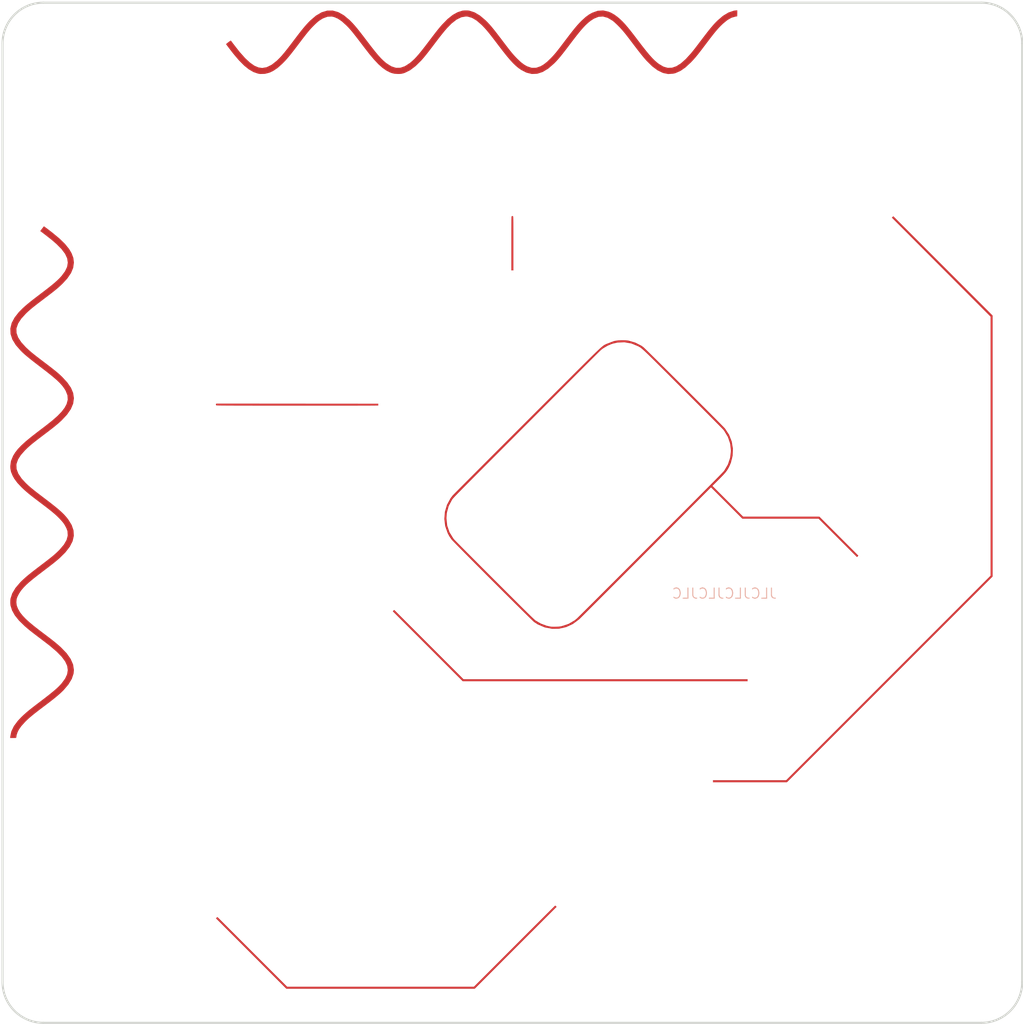
<source format=kicad_pcb>
(kicad_pcb (version 20240108) (generator "pcbnew") (generator_version "8.0")
  (layers (0 "F.Cu" signal) (31 "B.Cu" signal) (34 "B.Paste" user) (35 "F.Paste" user) (36 "B.SilkS" user "B.Silkscreen") (37 "F.SilkS" user "F.Silkscreen") (38 "B.Mask" user) (39 "F.Mask" user) (44 "Edge.Cuts" user))
  (net 0 "")
  (footprint "DrillHole" (layer "F.Cu") (at 53 12.225)
    (property "Reference" "" (at 0 0 0) (layer "F.SilkS") (effects (font (size 1.27 1.27))))
    (property "Value" "")
    (pad "" np_thru_hole circle (at 0 0) (size 6.5 6.5) (drill 6.5) (layers "F&B.Cu" "*.Mask") (clearance 0.1))
  )
  (footprint "DrillHole" (layer "F.Cu") (at 96 4)
    (property "Reference" "" (at 0 0 0) (layer "F.SilkS") (effects (font (size 1.27 1.27))))
    (property "Value" "")
    (pad "" np_thru_hole circle (at 0 0) (size 3.3 3.3) (drill 3.3) (layers "F&B.Cu" "*.Mask") (clearance 0.1))
  )
  (footprint "Graphics" (layer "F.Cu") (at 0 0)
    (property "Reference" "" (at 0 0 0) (layer "F.SilkS") (effects (font (size 1.27 1.27))))
    (property "Value" "")
  )
  (footprint "DrillHole" (layer "F.Cu") (at 6.16 13.938)
    (property "Reference" "" (at 0 0 0) (layer "F.SilkS") (effects (font (size 1.27 1.27))))
    (property "Value" "")
    (pad "" np_thru_hole circle (at 0 0) (size 3.162 3.162) (drill 3.162) (layers "F&B.Cu" "*.Mask") (clearance 0.1))
  )
  (footprint "DrillHole" (layer "F.Cu") (at 66.423 76.322)
    (property "Reference" "" (at 0 0 0) (layer "F.SilkS") (effects (font (size 1.27 1.27))))
    (property "Value" "")
    (pad "" np_thru_hole circle (at 0 0) (size 6.5 6.5) (drill 6.5) (layers "F&B.Cu" "*.Mask") (clearance 0.1))
  )
  (footprint "DrillHole" (layer "F.Cu") (at 50.159 49.452)
    (property "Reference" "" (at 0 0 0) (layer "F.SilkS") (effects (font (size 1.27 1.27))))
    (property "Value" "")
    (pad "" np_thru_hole circle (at 0 0) (size 6.5 6.5) (drill 6.5) (layers "F&B.Cu" "*.Mask") (clearance 0.1))
  )
  (footprint "Graphics" (layer "F.Cu") (at 0 0)
    (property "Reference" "" (at 0 0 0) (layer "F.SilkS") (effects (font (size 1.27 1.27))))
    (property "Value" "")
    (fp_poly (pts (xy 41.809 62.919) (xy 45.21 66.32) (xy 59.265 66.32) (xy 73.32 66.32) (xy 73.32 66.42) (xy 73.32 66.52) (xy 59.225 66.52) (xy 45.13 66.52) (xy 41.701 63.091) (xy 38.271 59.661) (xy 38.34 59.59) (xy 38.409 59.519)) (fill solid) (layer "F.Cu"))
    (fp_poly (pts (xy 92.23 25.8) (xy 97.1 30.67) (xy 97.1 43.46) (xy 97.1 56.25) (xy 87.015 66.335) (xy 76.93 76.42) (xy 73.175 76.42) (xy 69.42 76.42) (xy 69.42 76.32) (xy 69.42 76.22) (xy 73.135 76.22) (xy 76.85 76.22) (xy 86.875 66.195) (xy 96.9 56.17) (xy 96.9 43.473) (xy 96.9 30.776) (xy 92.059 25.924) (xy 87.218 21.072) (xy 87.289 21.001) (xy 87.36 20.93)) (fill solid) (layer "F.Cu"))
    (fp_poly (pts (xy 54.433 88.378) (xy 54.449 88.396) (xy 54.509 88.461) (xy 50.409 92.561) (xy 46.31 96.66) (xy 37.07 96.66) (xy 27.83 96.66) (xy 24.381 93.211) (xy 20.931 89.761) (xy 21 89.69) (xy 21.069 89.619) (xy 24.489 93.039) (xy 27.91 96.46) (xy 37.07 96.46) (xy 46.23 96.46) (xy 50.304 92.386) (xy 50.972 91.718) (xy 51.606 91.085) (xy 52.197 90.495) (xy 52.736 89.957) (xy 53.214 89.48) (xy 53.623 89.073) (xy 53.953 88.745) (xy 54.196 88.504) (xy 54.342 88.361) (xy 54.384 88.321)) (fill solid) (layer "F.Cu"))
    (fp_poly (pts (xy 50.067 20.937) (xy 50.076 20.957) (xy 50.083 21.005) (xy 50.088 21.098) (xy 50.093 21.252) (xy 50.096 21.481) (xy 50.098 21.801) (xy 50.099 22.229) (xy 50.1 22.78) (xy 50.1 23.47) (xy 50.1 23.755) (xy 50.1 26.538) (xy 50.056 26.569) (xy 50 26.6) (xy 49.944 26.569) (xy 49.9 26.538) (xy 49.9 23.75) (xy 49.9 23.004) (xy 49.901 22.402) (xy 49.902 21.93) (xy 49.904 21.57) (xy 49.906 21.309) (xy 49.91 21.13) (xy 49.915 21.018) (xy 49.922 20.957) (xy 49.93 20.933) (xy 49.931 20.931) (xy 50.037 20.912)) (fill solid) (layer "F.Cu"))
    (fp_poly (pts (xy 29.07 39.305) (xy 37.169 39.31) (xy 37.189 39.367) (xy 37.182 39.444) (xy 37.162 39.462) (xy 37.151 39.468) (xy 37.128 39.474) (xy 37.084 39.479) (xy 37.009 39.483) (xy 36.895 39.486) (xy 36.731 39.489) (xy 36.509 39.492) (xy 36.22 39.494) (xy 35.854 39.496) (xy 35.402 39.497) (xy 34.854 39.498) (xy 34.202 39.499) (xy 33.437 39.499) (xy 32.548 39.5) (xy 31.527 39.5) (xy 30.364 39.5) (xy 29.052 39.5) (xy 27.69 39.5) (xy 26.481 39.5) (xy 25.416 39.499) (xy 24.487 39.498) (xy 23.687 39.497) (xy 23.008 39.496) (xy 22.441 39.494) (xy 21.978 39.492) (xy 21.613 39.49) (xy 21.337 39.487) (xy 21.141 39.484) (xy 21.019 39.481) (xy 20.963 39.477) (xy 20.957 39.475) (xy 20.918 39.372) (xy 20.936 39.341) (xy 20.97 39.299)) (fill solid) (layer "F.Cu"))
    (fp_poly (pts (xy 61.086 33.093) (xy 61.364 33.12) (xy 61.4 33.127) (xy 62.057 33.321) (xy 62.632 33.614) (xy 62.84 33.756) (xy 62.919 33.828) (xy 63.1 34.003) (xy 63.371 34.268) (xy 63.722 34.613) (xy 64.14 35.026) (xy 64.614 35.497) (xy 65.134 36.012) (xy 65.688 36.563) (xy 66.264 37.136) (xy 66.851 37.722) (xy 67.439 38.308) (xy 68.015 38.883) (xy 68.568 39.437) (xy 69.088 39.957) (xy 69.562 40.433) (xy 69.98 40.853) (xy 70.33 41.206) (xy 70.601 41.482) (xy 70.782 41.667) (xy 70.859 41.75) (xy 71.254 42.35) (xy 71.512 43.011) (xy 71.629 43.707) (xy 71.602 44.415) (xy 71.429 45.107) (xy 71.291 45.43) (xy 71.174 45.657) (xy 71.051 45.856) (xy 70.898 46.057) (xy 70.692 46.289) (xy 70.408 46.583) (xy 70.182 46.81) (xy 69.62 47.37) (xy 71.125 48.875) (xy 72.63 50.38) (xy 76.37 50.38) (xy 80.11 50.38) (xy 82.139 52.409) (xy 84.169 54.439) (xy 84.1 54.51) (xy 84.031 54.581) (xy 82.031 52.581) (xy 80.03 50.58) (xy 76.29 50.58) (xy 72.55 50.58) (xy 71.016 49.046) (xy 69.481 47.511) (xy 63.126 53.879) (xy 62.283 54.723) (xy 61.47 55.537) (xy 60.693 56.315) (xy 59.959 57.049) (xy 59.277 57.731) (xy 58.653 58.355) (xy 58.096 58.911) (xy 57.612 59.394) (xy 57.209 59.795) (xy 56.895 60.108) (xy 56.677 60.324) (xy 56.562 60.437) (xy 56.549 60.448) (xy 55.942 60.902) (xy 55.278 61.21) (xy 54.57 61.368) (xy 53.9 61.378) (xy 53.176 61.239) (xy 52.499 60.951) (xy 52.136 60.717) (xy 52.046 60.636) (xy 51.854 60.453) (xy 51.573 60.179) (xy 51.213 59.825) (xy 50.785 59.403) (xy 50.302 58.925) (xy 49.774 58.4) (xy 49.213 57.842) (xy 48.63 57.261) (xy 48.036 56.668) (xy 47.444 56.076) (xy 46.863 55.494) (xy 46.306 54.935) (xy 45.784 54.41) (xy 45.308 53.93) (xy 44.89 53.507) (xy 44.541 53.152) (xy 44.272 52.876) (xy 44.094 52.691) (xy 44.022 52.61) (xy 43.814 52.306) (xy 43.651 51.996) (xy 43.414 51.315) (xy 43.326 50.61) (xy 43.332 50.53) (xy 43.535 50.53) (xy 43.608 51.245) (xy 43.832 51.906) (xy 44.207 52.515) (xy 44.292 52.62) (xy 44.368 52.701) (xy 44.549 52.885) (xy 44.823 53.163) (xy 45.182 53.525) (xy 45.616 53.961) (xy 46.115 54.461) (xy 46.669 55.017) (xy 47.27 55.618) (xy 47.907 56.255) (xy 48.253 56.601) (xy 49.026 57.372) (xy 49.693 58.038) (xy 50.263 58.605) (xy 50.743 59.083) (xy 51.142 59.478) (xy 51.466 59.798) (xy 51.724 60.05) (xy 51.924 60.244) (xy 52.073 60.385) (xy 52.179 60.483) (xy 52.25 60.543) (xy 52.28 60.566) (xy 52.803 60.868) (xy 53.363 61.077) (xy 53.537 61.119) (xy 53.714 61.153) (xy 53.853 61.169) (xy 54.023 61.173) (xy 54.25 61.17) (xy 54.539 61.16) (xy 54.741 61.137) (xy 54.83 61.12) (xy 55.503 60.899) (xy 56.109 60.545) (xy 56.32 60.374) (xy 56.397 60.3) (xy 56.58 60.119) (xy 56.862 59.839) (xy 57.237 59.466) (xy 57.696 59.009) (xy 58.234 58.473) (xy 58.842 57.865) (xy 59.515 57.193) (xy 60.245 56.464) (xy 61.025 55.684) (xy 61.849 54.861) (xy 62.708 54.001) (xy 63.562 53.147) (xy 64.652 52.056) (xy 65.634 51.073) (xy 66.513 50.193) (xy 67.293 49.411) (xy 67.979 48.722) (xy 68.577 48.121) (xy 69.091 47.604) (xy 69.527 47.165) (xy 69.888 46.8) (xy 70.181 46.503) (xy 70.409 46.269) (xy 70.578 46.094) (xy 70.693 45.972) (xy 70.759 45.899) (xy 70.774 45.88) (xy 71.142 45.257) (xy 71.361 44.596) (xy 71.435 43.917) (xy 71.362 43.24) (xy 71.143 42.586) (xy 70.778 41.975) (xy 70.689 41.86) (xy 70.615 41.783) (xy 70.438 41.602) (xy 70.167 41.327) (xy 69.811 40.968) (xy 69.379 40.535) (xy 68.883 40.036) (xy 68.33 39.482) (xy 67.73 38.882) (xy 67.093 38.246) (xy 66.726 37.879) (xy 65.96 37.114) (xy 65.299 36.453) (xy 64.733 35.889) (xy 64.256 35.414) (xy 63.857 35.019) (xy 63.529 34.695) (xy 63.262 34.436) (xy 63.049 34.232) (xy 62.881 34.076) (xy 62.748 33.959) (xy 62.644 33.873) (xy 62.558 33.81) (xy 62.483 33.762) (xy 62.41 33.72) (xy 62.329 33.676) (xy 62.327 33.675) (xy 61.679 33.409) (xy 60.991 33.29) (xy 60.291 33.319) (xy 59.775 33.442) (xy 59.353 33.62) (xy 58.943 33.857) (xy 58.85 33.923) (xy 58.819 33.946) (xy 58.792 33.965) (xy 58.764 33.986) (xy 58.729 34.015) (xy 58.682 34.057) (xy 58.617 34.118) (xy 58.528 34.203) (xy 58.409 34.318) (xy 58.256 34.468) (xy 58.063 34.659) (xy 57.824 34.896) (xy 57.533 35.186) (xy 57.186 35.532) (xy 56.776 35.942) (xy 56.297 36.42) (xy 55.745 36.973) (xy 55.114 37.605) (xy 54.398 38.322) (xy 53.592 39.129) (xy 52.689 40.033) (xy 51.685 41.039) (xy 50.574 42.151) (xy 50.486 42.24) (xy 49.51 43.218) (xy 48.64 44.09) (xy 47.87 44.861) (xy 47.195 45.538) (xy 46.607 46.127) (xy 46.101 46.636) (xy 45.67 47.07) (xy 45.308 47.435) (xy 45.008 47.739) (xy 44.764 47.987) (xy 44.569 48.186) (xy 44.418 48.343) (xy 44.304 48.464) (xy 44.221 48.554) (xy 44.162 48.622) (xy 44.122 48.672) (xy 44.093 48.712) (xy 44.083 48.727) (xy 43.752 49.352) (xy 43.574 50.01) (xy 43.535 50.53) (xy 43.332 50.53) (xy 43.384 49.904) (xy 43.585 49.223) (xy 43.926 48.591) (xy 44.131 48.32) (xy 44.203 48.246) (xy 44.38 48.065) (xy 44.658 47.785) (xy 45.027 47.413) (xy 45.483 46.956) (xy 46.017 46.42) (xy 46.623 45.813) (xy 47.293 45.14) (xy 48.022 44.41) (xy 48.802 43.63) (xy 49.627 42.805) (xy 50.489 41.943) (xy 51.381 41.052) (xy 51.424 41.009) (xy 52.484 39.949) (xy 53.437 38.997) (xy 54.288 38.146) (xy 55.045 37.39) (xy 55.713 36.724) (xy 56.297 36.141) (xy 56.805 35.636) (xy 57.241 35.204) (xy 57.613 34.837) (xy 57.926 34.53) (xy 58.186 34.278) (xy 58.4 34.074) (xy 58.573 33.913) (xy 58.711 33.789) (xy 58.821 33.695) (xy 58.908 33.627) (xy 58.979 33.578) (xy 59.04 33.542) (xy 59.096 33.513) (xy 59.154 33.486) (xy 59.22 33.455) (xy 59.23 33.45) (xy 59.913 33.188) (xy 60.12 33.137) (xy 60.389 33.102) (xy 60.736 33.087)) (fill solid) (layer "F.Cu"))
    (fp_poly (pts (xy 4.129 21.966) (xy 4.296 22.088) (xy 4.531 22.265) (xy 4.806 22.477) (xy 4.91 22.557) (xy 5.591 23.122) (xy 6.128 23.647) (xy 6.528 24.142) (xy 6.769 24.55) (xy 6.945 25.016) (xy 7 25.468) (xy 7 25.473) (xy 6.93 25.985) (xy 6.718 26.502) (xy 6.357 27.032) (xy 5.908 27.523) (xy 5.704 27.72) (xy 5.502 27.904) (xy 5.279 28.094) (xy 5.008 28.313) (xy 4.666 28.579) (xy 4.227 28.913) (xy 4.062 29.038) (xy 3.595 29.392) (xy 3.232 29.672) (xy 2.949 29.896) (xy 2.722 30.085) (xy 2.525 30.259) (xy 2.335 30.438) (xy 2.292 30.48) (xy 1.837 30.979) (xy 1.532 31.447) (xy 1.375 31.89) (xy 1.361 31.971) (xy 1.376 32.384) (xy 1.534 32.819) (xy 1.838 33.282) (xy 2.29 33.779) (xy 2.6 34.065) (xy 2.815 34.251) (xy 3.042 34.438) (xy 3.315 34.653) (xy 3.666 34.923) (xy 3.9 35.101) (xy 4.4 35.48) (xy 4.793 35.783) (xy 5.101 36.025) (xy 5.346 36.226) (xy 5.551 36.403) (xy 5.736 36.573) (xy 5.858 36.69) (xy 6.359 37.235) (xy 6.713 37.752) (xy 6.924 38.253) (xy 7 38.75) (xy 7 38.789) (xy 6.926 39.308) (xy 6.702 39.839) (xy 6.325 40.386) (xy 5.794 40.952) (xy 5.497 41.221) (xy 5.289 41.398) (xy 5.077 41.572) (xy 4.832 41.765) (xy 4.524 42.003) (xy 4.122 42.308) (xy 4.041 42.369) (xy 3.56 42.734) (xy 3.185 43.024) (xy 2.89 43.26) (xy 2.653 43.461) (xy 2.448 43.647) (xy 2.252 43.839) (xy 2.179 43.913) (xy 1.785 44.362) (xy 1.525 44.773) (xy 1.383 45.172) (xy 1.36 45.298) (xy 1.38 45.722) (xy 1.553 46.174) (xy 1.88 46.655) (xy 2.293 47.1) (xy 2.518 47.312) (xy 2.767 47.529) (xy 3.064 47.773) (xy 3.437 48.065) (xy 3.911 48.426) (xy 3.97 48.47) (xy 4.57 48.927) (xy 5.057 49.308) (xy 5.45 49.629) (xy 5.765 49.907) (xy 6.021 50.156) (xy 6.236 50.393) (xy 6.428 50.634) (xy 6.447 50.659) (xy 6.78 51.199) (xy 6.962 51.731) (xy 6.993 52.26) (xy 6.871 52.792) (xy 6.595 53.334) (xy 6.164 53.889) (xy 5.611 54.436) (xy 5.402 54.618) (xy 5.179 54.804) (xy 4.914 55.016) (xy 4.581 55.274) (xy 4.153 55.6) (xy 4 55.716) (xy 3.431 56.15) (xy 2.974 56.511) (xy 2.609 56.814) (xy 2.318 57.078) (xy 2.082 57.319) (xy 1.88 57.554) (xy 1.78 57.683) (xy 1.607 57.95) (xy 1.46 58.239) (xy 1.387 58.44) (xy 1.355 58.771) (xy 1.397 59.106) (xy 1.398 59.108) (xy 1.518 59.41) (xy 1.7 59.73) (xy 1.757 59.812) (xy 1.983 60.093) (xy 2.261 60.386) (xy 2.61 60.707) (xy 3.047 61.072) (xy 3.591 61.497) (xy 3.94 61.761) (xy 4.436 62.135) (xy 4.829 62.437) (xy 5.145 62.688) (xy 5.412 62.91) (xy 5.655 63.124) (xy 5.724 63.187) (xy 6.28 63.761) (xy 6.678 64.322) (xy 6.918 64.871) (xy 7.001 65.409) (xy 6.969 65.76) (xy 6.792 66.291) (xy 6.461 66.84) (xy 5.982 67.399) (xy 5.941 67.44) (xy 5.688 67.682) (xy 5.405 67.932) (xy 5.064 68.212) (xy 4.641 68.543) (xy 4.21 68.871) (xy 3.699 69.257) (xy 3.296 69.567) (xy 2.977 69.82) (xy 2.722 70.032) (xy 2.507 70.222) (xy 2.311 70.409) (xy 2.239 70.479) (xy 1.846 70.914) (xy 1.606 71.252) (xy 1.48 71.503) (xy 1.389 71.762) (xy 1.36 71.933) (xy 1.347 72.035) (xy 1.33 72.065) (xy 1.266 72.077) (xy 1.105 72.08) (xy 1.038 72.08) (xy 0.742 72.08) (xy 0.753 71.945) (xy 0.861 71.431) (xy 1.106 70.918) (xy 1.495 70.394) (xy 1.824 70.045) (xy 2.053 69.825) (xy 2.287 69.615) (xy 2.553 69.391) (xy 2.88 69.13) (xy 3.294 68.811) (xy 3.56 68.609) (xy 4.135 68.171) (xy 4.598 67.81) (xy 4.967 67.51) (xy 5.261 67.258) (xy 5.498 67.036) (xy 5.697 66.829) (xy 5.809 66.7) (xy 6.132 66.26) (xy 6.329 65.839) (xy 6.398 65.426) (xy 6.336 65.01) (xy 6.139 64.581) (xy 5.803 64.126) (xy 5.325 63.636) (xy 4.701 63.1) (xy 4.66 63.066) (xy 4.495 62.937) (xy 4.239 62.74) (xy 3.929 62.504) (xy 3.66 62.3) (xy 3.221 61.967) (xy 2.883 61.707) (xy 2.618 61.497) (xy 2.399 61.315) (xy 2.197 61.14) (xy 2.15 61.098) (xy 1.606 60.566) (xy 1.204 60.064) (xy 0.931 59.574) (xy 0.778 59.09) (xy 0.757 58.863) (xy 0.76 58.59) (xy 0.778 58.425) (xy 0.949 57.899) (xy 1.268 57.365) (xy 1.738 56.814) (xy 1.873 56.68) (xy 2.081 56.484) (xy 2.299 56.29) (xy 2.549 56.08) (xy 2.855 55.835) (xy 3.24 55.537) (xy 3.726 55.166) (xy 3.84 55.08) (xy 4.32 54.714) (xy 4.696 54.42) (xy 4.994 54.176) (xy 5.24 53.96) (xy 5.46 53.75) (xy 5.601 53.608) (xy 6.014 53.122) (xy 6.277 52.667) (xy 6.393 52.234) (xy 6.367 51.813) (xy 6.361 51.788) (xy 6.255 51.506) (xy 6.086 51.19) (xy 5.965 51.01) (xy 5.822 50.837) (xy 5.633 50.628) (xy 5.58 50.572) (xy 5.358 50.351) (xy 5.116 50.131) (xy 4.832 49.891) (xy 4.478 49.609) (xy 4.03 49.266) (xy 3.805 49.096) (xy 3.312 48.722) (xy 2.924 48.424) (xy 2.617 48.181) (xy 2.368 47.975) (xy 2.153 47.785) (xy 1.947 47.593) (xy 1.862 47.511) (xy 1.456 47.081) (xy 1.159 46.683) (xy 0.989 46.382) (xy 0.832 46.003) (xy 0.763 45.651) (xy 0.755 45.43) (xy 0.823 44.93) (xy 1.031 44.424) (xy 1.035 44.415) (xy 1.239 44.086) (xy 1.5 43.752) (xy 1.836 43.399) (xy 2.262 43.01) (xy 2.795 42.57) (xy 3.4 42.1) (xy 3.697 41.874) (xy 3.993 41.649) (xy 4.227 41.471) (xy 4.235 41.465) (xy 4.88 40.955) (xy 5.394 40.502) (xy 5.789 40.093) (xy 6.078 39.716) (xy 6.274 39.356) (xy 6.28 39.344) (xy 6.394 38.918) (xy 6.366 38.495) (xy 6.191 38.052) (xy 6.05 37.82) (xy 5.851 37.551) (xy 5.599 37.272) (xy 5.278 36.965) (xy 4.869 36.615) (xy 4.353 36.204) (xy 4 35.932) (xy 3.452 35.513) (xy 3.013 35.174) (xy 2.665 34.899) (xy 2.387 34.672) (xy 2.162 34.479) (xy 1.969 34.304) (xy 1.791 34.13) (xy 1.788 34.127) (xy 1.296 33.565) (xy 0.962 33.018) (xy 0.784 32.479) (xy 0.761 31.946) (xy 0.89 31.412) (xy 0.902 31.382) (xy 1.176 30.867) (xy 1.589 30.338) (xy 1.969 29.955) (xy 2.211 29.736) (xy 2.456 29.527) (xy 2.731 29.302) (xy 3.067 29.039) (xy 3.493 28.714) (xy 3.67 28.58) (xy 4.241 28.145) (xy 4.699 27.786) (xy 5.065 27.485) (xy 5.356 27.227) (xy 5.593 26.996) (xy 5.788 26.782) (xy 6.123 26.332) (xy 6.328 25.903) (xy 6.399 25.482) (xy 6.334 25.059) (xy 6.13 24.622) (xy 5.783 24.161) (xy 5.29 23.663) (xy 4.871 23.298) (xy 4.679 23.144) (xy 4.415 22.936) (xy 4.131 22.716) (xy 3.881 22.524) (xy 3.752 22.428) (xy 3.695 22.386) (xy 3.87 22.153) (xy 3.988 22.001) (xy 4.056 21.923) (xy 4.06 21.92)) (fill solid) (layer "F.Cu"))
    (fp_poly (pts (xy 72.06 1.042) (xy 72.056 1.234) (xy 72.048 1.336) (xy 72.045 1.34) (xy 71.965 1.351) (xy 71.9 1.361) (xy 71.5 1.476) (xy 71.093 1.704) (xy 70.659 2.059) (xy 70.419 2.293) (xy 70.244 2.475) (xy 70.076 2.663) (xy 69.894 2.877) (xy 69.682 3.141) (xy 69.422 3.476) (xy 69.096 3.904) (xy 68.85 4.23) (xy 68.502 4.689) (xy 68.223 5.046) (xy 67.988 5.333) (xy 67.775 5.577) (xy 67.559 5.807) (xy 67.491 5.877) (xy 66.973 6.355) (xy 66.485 6.693) (xy 66.008 6.903) (xy 65.789 6.96) (xy 65.278 6.996) (xy 64.765 6.89) (xy 64.244 6.638) (xy 63.707 6.237) (xy 63.147 5.684) (xy 63.055 5.58) (xy 62.827 5.314) (xy 62.566 4.993) (xy 62.253 4.592) (xy 61.869 4.09) (xy 61.77 3.96) (xy 61.498 3.6) (xy 61.296 3.337) (xy 61.142 3.138) (xy 61.009 2.974) (xy 60.873 2.811) (xy 60.778 2.7) (xy 60.545 2.443) (xy 60.276 2.171) (xy 60.019 1.929) (xy 59.817 1.763) (xy 59.809 1.757) (xy 59.333 1.481) (xy 58.882 1.358) (xy 58.44 1.389) (xy 57.988 1.575) (xy 57.661 1.792) (xy 57.43 1.978) (xy 57.198 2.191) (xy 56.952 2.449) (xy 56.673 2.771) (xy 56.346 3.174) (xy 55.955 3.678) (xy 55.65 4.08) (xy 55.267 4.584) (xy 54.958 4.982) (xy 54.704 5.298) (xy 54.485 5.554) (xy 54.283 5.775) (xy 54.091 5.97) (xy 53.526 6.46) (xy 52.977 6.793) (xy 52.438 6.969) (xy 51.904 6.99) (xy 51.369 6.857) (xy 50.84 6.579) (xy 50.582 6.397) (xy 50.329 6.187) (xy 50.064 5.933) (xy 49.774 5.618) (xy 49.442 5.226) (xy 49.055 4.739) (xy 48.596 4.142) (xy 48.451 3.95) (xy 48.075 3.457) (xy 47.771 3.068) (xy 47.517 2.758) (xy 47.29 2.5) (xy 47.069 2.268) (xy 46.977 2.176) (xy 46.498 1.761) (xy 46.051 1.493) (xy 45.624 1.366) (xy 45.44 1.354) (xy 45 1.429) (xy 44.535 1.657) (xy 44.045 2.04) (xy 43.602 2.49) (xy 43.382 2.744) (xy 43.13 3.051) (xy 42.828 3.435) (xy 42.458 3.918) (xy 42.29 4.14) (xy 41.925 4.62) (xy 41.633 4.995) (xy 41.393 5.293) (xy 41.183 5.539) (xy 41.066 5.67) (xy 40.506 6.222) (xy 39.971 6.624) (xy 39.452 6.881) (xy 39.285 6.934) (xy 39.126 6.971) (xy 38.963 6.986) (xy 38.79 6.989) (xy 38.434 6.968) (xy 38.125 6.888) (xy 37.982 6.831) (xy 37.619 6.643) (xy 37.251 6.384) (xy 36.864 6.039) (xy 36.443 5.595) (xy 35.974 5.036) (xy 35.527 4.463) (xy 35.123 3.932) (xy 34.799 3.51) (xy 34.542 3.18) (xy 34.336 2.921) (xy 34.167 2.717) (xy 34.018 2.548) (xy 33.876 2.396) (xy 33.725 2.242) (xy 33.721 2.239) (xy 33.282 1.84) (xy 32.887 1.568) (xy 32.509 1.408) (xy 32.286 1.36) (xy 31.868 1.378) (xy 31.415 1.546) (xy 31.04 1.782) (xy 30.888 1.909) (xy 30.681 2.1) (xy 30.538 2.239) (xy 30.351 2.429) (xy 30.175 2.621) (xy 29.99 2.835) (xy 29.778 3.096) (xy 29.52 3.427) (xy 29.197 3.85) (xy 28.971 4.15) (xy 28.575 4.669) (xy 28.251 5.082) (xy 27.977 5.414) (xy 27.732 5.69) (xy 27.494 5.935) (xy 27.427 6.001) (xy 26.97 6.406) (xy 26.54 6.695) (xy 26.196 6.859) (xy 25.739 6.977) (xy 25.267 6.991) (xy 25.07 6.96) (xy 24.619 6.808) (xy 24.166 6.549) (xy 23.696 6.174) (xy 23.196 5.67) (xy 22.717 5.11) (xy 22.54 4.888) (xy 22.348 4.641) (xy 22.166 4.402) (xy 22.019 4.206) (xy 21.932 4.085) (xy 21.92 4.063) (xy 21.977 4.007) (xy 22.117 3.894) (xy 22.151 3.868) (xy 22.305 3.754) (xy 22.375 3.714) (xy 22.405 3.728) (xy 22.409 3.732) (xy 22.492 3.844) (xy 22.641 4.04) (xy 22.826 4.279) (xy 23.014 4.52) (xy 23.172 4.722) (xy 23.267 4.84) (xy 23.788 5.425) (xy 24.262 5.868) (xy 24.698 6.173) (xy 25.107 6.348) (xy 25.47 6.4) (xy 25.914 6.321) (xy 26.387 6.086) (xy 26.888 5.693) (xy 26.969 5.617) (xy 27.179 5.408) (xy 27.395 5.173) (xy 27.636 4.888) (xy 27.92 4.533) (xy 28.266 4.085) (xy 28.55 3.71) (xy 28.953 3.179) (xy 29.283 2.755) (xy 29.559 2.415) (xy 29.801 2.136) (xy 30.027 1.894) (xy 30.167 1.754) (xy 30.734 1.269) (xy 31.288 0.943) (xy 31.834 0.777) (xy 32.377 0.769) (xy 32.922 0.921) (xy 33.474 1.231) (xy 34.038 1.701) (xy 34.101 1.762) (xy 34.321 1.988) (xy 34.548 2.24) (xy 34.802 2.543) (xy 35.1 2.917) (xy 35.462 3.387) (xy 35.7 3.7) (xy 36.147 4.285) (xy 36.519 4.756) (xy 36.832 5.133) (xy 37.103 5.433) (xy 37.348 5.675) (xy 37.582 5.876) (xy 37.692 5.961) (xy 38.149 6.245) (xy 38.587 6.384) (xy 39.019 6.377) (xy 39.463 6.223) (xy 39.933 5.918) (xy 40.179 5.713) (xy 40.385 5.521) (xy 40.601 5.294) (xy 40.844 5.014) (xy 41.132 4.66) (xy 41.481 4.212) (xy 41.84 3.74) (xy 42.189 3.28) (xy 42.464 2.923) (xy 42.688 2.64) (xy 42.881 2.406) (xy 43.066 2.193) (xy 43.104 2.15) (xy 43.638 1.603) (xy 44.144 1.199) (xy 44.639 0.926) (xy 45.11 0.778) (xy 45.334 0.757) (xy 45.605 0.76) (xy 45.771 0.777) (xy 46.288 0.944) (xy 46.812 1.251) (xy 47.355 1.707) (xy 47.388 1.739) (xy 47.585 1.936) (xy 47.776 2.141) (xy 47.979 2.376) (xy 48.214 2.663) (xy 48.499 3.027) (xy 48.853 3.489) (xy 48.99 3.67) (xy 49.34 4.131) (xy 49.614 4.487) (xy 49.831 4.762) (xy 50.011 4.98) (xy 50.172 5.164) (xy 50.334 5.338) (xy 50.469 5.477) (xy 50.839 5.828) (xy 51.173 6.079) (xy 51.441 6.232) (xy 51.892 6.384) (xy 52.332 6.38) (xy 52.759 6.232) (xy 53.08 6.044) (xy 53.399 5.795) (xy 53.751 5.457) (xy 53.924 5.277) (xy 54.082 5.105) (xy 54.244 4.916) (xy 54.429 4.687) (xy 54.657 4.395) (xy 54.947 4.014) (xy 55.2 3.68) (xy 55.589 3.169) (xy 55.904 2.764) (xy 56.165 2.441) (xy 56.392 2.177) (xy 56.605 1.947) (xy 56.813 1.738) (xy 57.19 1.396) (xy 57.539 1.145) (xy 57.814 0.991) (xy 58.358 0.795) (xy 58.896 0.757) (xy 59.436 0.879) (xy 59.67 0.979) (xy 59.989 1.155) (xy 60.295 1.377) (xy 60.31 1.389) (xy 60.556 1.597) (xy 60.797 1.826) (xy 61.051 2.097) (xy 61.335 2.429) (xy 61.668 2.842) (xy 62.066 3.357) (xy 62.28 3.64) (xy 62.741 4.243) (xy 63.127 4.732) (xy 63.453 5.124) (xy 63.736 5.437) (xy 63.99 5.688) (xy 64.232 5.895) (xy 64.404 6.024) (xy 64.825 6.268) (xy 65.238 6.386) (xy 65.654 6.374) (xy 66.081 6.228) (xy 66.528 5.945) (xy 67.007 5.52) (xy 67.525 4.951) (xy 67.766 4.655) (xy 67.921 4.457) (xy 68.133 4.181) (xy 68.363 3.878) (xy 68.43 3.79) (xy 68.832 3.26) (xy 69.158 2.838) (xy 69.428 2.501) (xy 69.661 2.227) (xy 69.874 1.992) (xy 70.086 1.774) (xy 70.092 1.769) (xy 70.646 1.291) (xy 71.191 0.961) (xy 71.721 0.782) (xy 71.925 0.755) (xy 72.06 0.745)) (fill solid) (layer "F.Cu"))
  )
  (footprint "Graphics" (layer "F.Cu") (at 0 0)
    (property "Reference" "" (at 0 0 0) (layer "F.SilkS") (effects (font (size 1.27 1.27))))
    (property "Value" "")
  )
  (footprint "DrillHole" (layer "F.Cu") (at 68 12.225)
    (property "Reference" "" (at 0 0 0) (layer "F.SilkS") (effects (font (size 1.27 1.27))))
    (property "Value" "")
    (pad "" np_thru_hole circle (at 0 0) (size 6.5 6.5) (drill 6.5) (layers "F&B.Cu" "*.Mask") (clearance 0.1))
  )
  (footprint "DrillHole" (layer "F.Cu") (at 50 29.494)
    (property "Reference" "" (at 0 0 0) (layer "F.SilkS") (effects (font (size 1.27 1.27))))
    (property "Value" "")
    (pad "" np_thru_hole circle (at 0 0) (size 6.5 6.5) (drill 6.5) (layers "F&B.Cu" "*.Mask") (clearance 0.1))
  )
  (footprint "DrillHole" (layer "F.Cu") (at 9.225 84)
    (property "Reference" "" (at 0 0 0) (layer "F.SilkS") (effects (font (size 1.27 1.27))))
    (property "Value" "")
    (pad "" np_thru_hole circle (at 0 0) (size 6.5 6.5) (drill 6.5) (layers "F&B.Cu" "*.Mask") (clearance 0.1))
  )
  (footprint "DrillHole" (layer "F.Cu") (at 86.222 56.523)
    (property "Reference" "" (at 0 0 0) (layer "F.SilkS") (effects (font (size 1.27 1.27))))
    (property "Value" "")
    (pad "" np_thru_hole circle (at 0 0) (size 6.5 6.5) (drill 6.5) (layers "F&B.Cu" "*.Mask") (clearance 0.1))
  )
  (footprint "DrillHole" (layer "F.Cu") (at 12.225 68)
    (property "Reference" "" (at 0 0 0) (layer "F.SilkS") (effects (font (size 1.27 1.27))))
    (property "Value" "")
    (pad "" np_thru_hole circle (at 0 0) (size 6.5 6.5) (drill 6.5) (layers "F&B.Cu" "*.Mask") (clearance 0.1))
  )
  (footprint "DrillHole" (layer "F.Cu") (at 40.101 39.394)
    (property "Reference" "" (at 0 0 0) (layer "F.SilkS") (effects (font (size 1.27 1.27))))
    (property "Value" "")
    (pad "" np_thru_hole circle (at 0 0) (size 6.5 6.5) (drill 6.5) (layers "F&B.Cu" "*.Mask") (clearance 0.1))
  )
  (footprint "DrillHole" (layer "F.Cu") (at 90 76)
    (property "Reference" "" (at 0 0 0) (layer "F.SilkS") (effects (font (size 1.27 1.27))))
    (property "Value" "")
    (pad "" np_thru_hole circle (at 0 0) (size 3.162 3.162) (drill 3.162) (layers "F&B.Cu" "*.Mask") (clearance 0.1))
  )
  (footprint "DrillHole" (layer "F.Cu") (at 96 96)
    (property "Reference" "" (at 0 0 0) (layer "F.SilkS") (effects (font (size 1.27 1.27))))
    (property "Value" "")
    (pad "" np_thru_hole circle (at 0 0) (size 3.3 3.3) (drill 3.3) (layers "F&B.Cu" "*.Mask") (clearance 0.1))
  )
  (footprint "DrillHole" (layer "F.Cu") (at 4 96)
    (property "Reference" "" (at 0 0 0) (layer "F.SilkS") (effects (font (size 1.27 1.27))))
    (property "Value" "")
    (pad "" np_thru_hole circle (at 0 0) (size 3.3 3.3) (drill 3.3) (layers "F&B.Cu" "*.Mask") (clearance 0.1))
  )
  (footprint "DrillHole" (layer "F.Cu") (at 25 13.26)
    (property "Reference" "" (at 0 0 0) (layer "F.SilkS") (effects (font (size 1.27 1.27))))
    (property "Value" "")
    (pad "" np_thru_hole circle (at 0 0) (size 4 4) (drill 4) (layers "F&B.Cu" "*.Mask") (clearance 0.1))
  )
  (footprint "DrillHole" (layer "F.Cu") (at 84 9.225)
    (property "Reference" "" (at 0 0 0) (layer "F.SilkS") (effects (font (size 1.27 1.27))))
    (property "Value" "")
    (pad "" np_thru_hole circle (at 0 0) (size 6.5 6.5) (drill 6.5) (layers "F&B.Cu" "*.Mask") (clearance 0.1))
  )
  (footprint "DrillHole" (layer "F.Cu") (at 4 4)
    (property "Reference" "" (at 0 0 0) (layer "F.SilkS") (effects (font (size 1.27 1.27))))
    (property "Value" "")
    (pad "" np_thru_hole circle (at 0 0) (size 3.3 3.3) (drill 3.3) (layers "F&B.Cu" "*.Mask") (clearance 0.1))
  )
  (footprint "DrillHole" (layer "F.Cu") (at 12.225 53)
    (property "Reference" "" (at 0 0 0) (layer "F.SilkS") (effects (font (size 1.27 1.27))))
    (property "Value" "")
    (pad "" np_thru_hole circle (at 0 0) (size 6.5 6.5) (drill 6.5) (layers "F&B.Cu" "*.Mask") (clearance 0.1))
  )
  (footprint "DrillHole" (layer "F.Cu") (at 56.523 86.222)
    (property "Reference" "" (at 0 0 0) (layer "F.SilkS") (effects (font (size 1.27 1.27))))
    (property "Value" "")
    (pad "" np_thru_hole circle (at 0 0) (size 6.5 6.5) (drill 6.5) (layers "F&B.Cu" "*.Mask") (clearance 0.1))
  )
  (footprint "DrillHole" (layer "F.Cu") (at 33.189 56.523)
    (property "Reference" "" (at 0 0 0) (layer "F.SilkS") (effects (font (size 1.27 1.27))))
    (property "Value" "")
    (pad "" np_thru_hole circle (at 0 0) (size 6.5 6.5) (drill 6.5) (layers "F&B.Cu" "*.Mask") (clearance 0.1))
  )
  (footprint "DrillHole" (layer "F.Cu") (at 13.26 25)
    (property "Reference" "" (at 0 0 0) (layer "F.SilkS") (effects (font (size 1.27 1.27))))
    (property "Value" "")
    (pad "" np_thru_hole circle (at 0 0) (size 4 4) (drill 4) (layers "F&B.Cu" "*.Mask") (clearance 0.1))
  )
  (footprint "DrillHole" (layer "F.Cu") (at 60.059 39.553)
    (property "Reference" "" (at 0 0 0) (layer "F.SilkS") (effects (font (size 1.27 1.27))))
    (property "Value" "")
    (pad "" np_thru_hole circle (at 0 0) (size 6.5 6.5) (drill 6.5) (layers "F&B.Cu" "*.Mask") (clearance 0.1))
  )
  (footprint "DrillHole" (layer "F.Cu") (at 39 12.225)
    (property "Reference" "" (at 0 0 0) (layer "F.SilkS") (effects (font (size 1.27 1.27))))
    (property "Value" "")
    (pad "" np_thru_hole circle (at 0 0) (size 6.5 6.5) (drill 6.5) (layers "F&B.Cu" "*.Mask") (clearance 0.1))
  )
  (footprint "Graphics" (layer "F.Cu") (at 0 0)
    (property "Reference" "" (at 0 0 0) (layer "F.SilkS") (effects (font (size 1.27 1.27))))
    (property "Value" "")
  )
  (footprint "Graphics" (layer "F.Cu") (at 0 0)
    (property "Reference" "" (at 0 0 0) (layer "F.SilkS") (effects (font (size 1.27 1.27))))
    (property "Value" "")
  )
  (footprint "DrillHole" (layer "F.Cu") (at 12.225 39)
    (property "Reference" "" (at 0 0 0) (layer "F.SilkS") (effects (font (size 1.27 1.27))))
    (property "Value" "")
    (pad "" np_thru_hole circle (at 0 0) (size 6.5 6.5) (drill 6.5) (layers "F&B.Cu" "*.Mask") (clearance 0.1))
  )
  (footprint "DrillHole" (layer "F.Cu") (at 81.979 81.979)
    (property "Reference" "" (at 0 0 0) (layer "F.SilkS") (effects (font (size 1.27 1.27))))
    (property "Value" "")
    (pad "" np_thru_hole circle (at 0 0) (size 6.5 6.5) (drill 6.5) (layers "F&B.Cu" "*.Mask") (clearance 0.1))
  )
  (footprint "DrillHole" (layer "F.Cu") (at 76.322 66.423)
    (property "Reference" "" (at 0 0 0) (layer "F.SilkS") (effects (font (size 1.27 1.27))))
    (property "Value" "")
    (pad "" np_thru_hole circle (at 0 0) (size 6.5 6.5) (drill 6.5) (layers "F&B.Cu" "*.Mask") (clearance 0.1))
  )
  (footprint "Graphics" (layer "B.Cu") (at 0 0)
    (property "Reference" "" (at 0 0 0) (layer "F.SilkS") (effects (font (size 1.27 1.27))))
    (property "Value" "")
  )
  (gr_arc (start 0 4) (mid 1.171573 1.171573) (end 4 0) (stroke (width 0.2)) (layer "Edge.Cuts"))
  (gr_line (start 100 4) (end 100 96) (stroke (width 0.2)) (layer "Edge.Cuts"))
  (gr_line (start 96 100) (end 4 100) (stroke (width 0.2)) (layer "Edge.Cuts"))
  (gr_arc (start 100 96) (mid 98.828427 98.828427) (end 96 100) (stroke (width 0.2)) (layer "Edge.Cuts"))
  (gr_arc (start 96 0) (mid 98.828427 1.171573) (end 100 4) (stroke (width 0.2)) (layer "Edge.Cuts"))
  (gr_line (start 4 0) (end 96 0) (stroke (width 0.2)) (layer "Edge.Cuts"))
  (gr_arc (start 4 100) (mid 1.171573 98.828427) (end 0 96) (stroke (width 0.2)) (layer "Edge.Cuts"))
  (gr_line (start 0 96) (end 0 4) (stroke (width 0.2)) (layer "Edge.Cuts"))
  (gr_text "JLCJLCJLCJLC" (at 76 58.5 0) (layer "B.SilkS") (effects (font (size 1 1) (thickness 0.1)) (justify left bottom mirror)))
)
</source>
